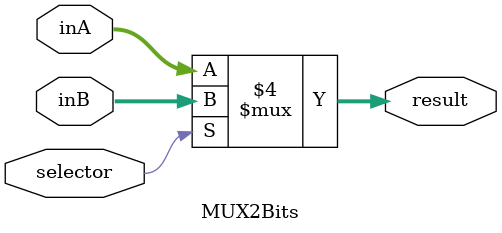
<source format=v>
	module MUX2Bits(
		input [1:0] inA, 
		input [1:0] inB,
		input selector,

		output reg [1:0] result
	);
		initial begin
			if(selector == 0)
				result <=inA;
			else
				result <= inB;
		end
	endmodule
</source>
